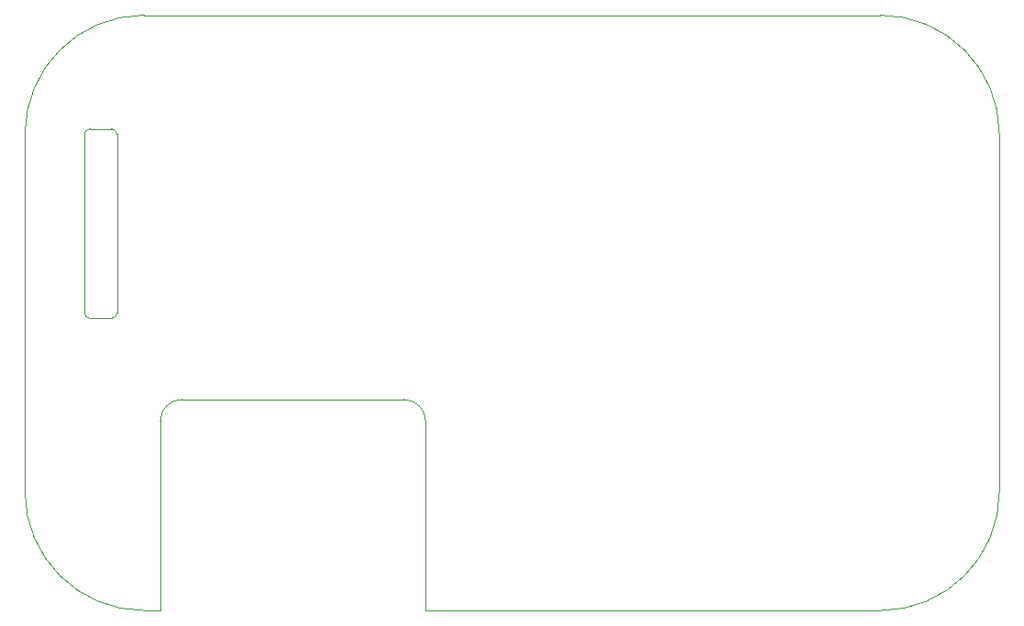
<source format=gm1>
G04 #@! TF.GenerationSoftware,KiCad,Pcbnew,8.0.6+1*
G04 #@! TF.CreationDate,2025-02-16T06:01:58+00:00*
G04 #@! TF.ProjectId,gshps,67736870-732e-46b6-9963-61645f706362,C*
G04 #@! TF.SameCoordinates,Original*
G04 #@! TF.FileFunction,Profile,NP*
%FSLAX46Y46*%
G04 Gerber Fmt 4.6, Leading zero omitted, Abs format (unit mm)*
G04 Created by KiCad (PCBNEW 8.0.6+1) date 2025-02-16 06:01:58*
%MOMM*%
%LPD*%
G01*
G04 APERTURE LIST*
G04 #@! TA.AperFunction,Profile*
%ADD10C,0.100000*%
G04 #@! TD*
G04 APERTURE END LIST*
D10*
X43000000Y-59000000D02*
X63500000Y-59000000D01*
X107500000Y-23500000D02*
G75*
G02*
X118500000Y-34500000I0J-11000000D01*
G01*
X118500000Y-67500000D02*
G75*
G02*
X107500000Y-78500000I-11000000J0D01*
G01*
X36999999Y-51000000D02*
X36999999Y-34500000D01*
X34500000Y-34000000D02*
X36500000Y-34000001D01*
X39500000Y-78500000D02*
G75*
G02*
X28500000Y-67500000I0J11000000D01*
G01*
X41000000Y-78500000D02*
X41000000Y-61000000D01*
X34000000Y-34500000D02*
X34000001Y-51000000D01*
X34500000Y-51499999D02*
X36500000Y-51499999D01*
X36500000Y-34000001D02*
G75*
G02*
X36999999Y-34500000I0J-499999D01*
G01*
X36999999Y-51000000D02*
G75*
G02*
X36500000Y-51499999I-499999J0D01*
G01*
X41000000Y-61000000D02*
G75*
G02*
X43000000Y-59000000I2000000J0D01*
G01*
X107500000Y-78500000D02*
X65500000Y-78500000D01*
X39500000Y-23500000D02*
X107500000Y-23500000D01*
X34000000Y-34500000D02*
G75*
G02*
X34500000Y-34000000I500000J0D01*
G01*
X41000000Y-78500000D02*
X39500000Y-78500000D01*
X34500000Y-51499999D02*
G75*
G02*
X34000001Y-51000000I0J499999D01*
G01*
X28500000Y-67500000D02*
X28500000Y-34500000D01*
X65500000Y-78500000D02*
X65500000Y-61000000D01*
X28500000Y-34500000D02*
G75*
G02*
X39500000Y-23500000I11000000J0D01*
G01*
X63500000Y-59000000D02*
G75*
G02*
X65500000Y-61000000I0J-2000000D01*
G01*
X118500000Y-34500000D02*
X118500000Y-67500000D01*
M02*

</source>
